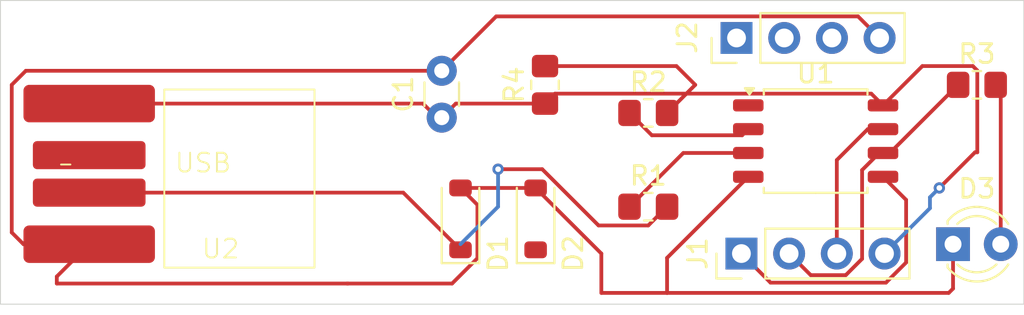
<source format=kicad_pcb>
(kicad_pcb (version 20241229) (generator "pcbnew") (generator_version "9.0")
  (layers (0 "F.Cu" signal) (2 "B.Cu" signal) (13 "F.Paste" user) (15 "B.Paste" user) (5 "F.SilkS" user "F.Silkscreen") (7 "B.SilkS" user "B.Silkscreen") (1 "F.Mask" user) (3 "B.Mask" user) (25 "Edge.Cuts" user))
  (net 0 "")
  (net 1 "GND")
  (net 2 "Net-(D1-K)")
  (net 3 "Net-(D2-K)")
  (net 4 "Net-(U1-XTAL2{slash}PB4)")
  (net 5 "Net-(U1-XTAL1{slash}PB3)")
  (net 6 "Net-(J1-Pin_2)")
  (net 7 "Net-(D3-A)")
  (net 8 "+5V")
  (net 9 "Net-(J2-Pin_1)")
  (net 10 "Net-(J1-Pin_3)")
  (net 11 "Net-(J1-Pin_1)")
  (footprint "LED_THT:LED_D3.0mm" (layer "F.Cu") (at 151.23 43.5)
    (property "Reference" "D3" (at 1.27 -2.96 0) (layer "F.SilkS"))
    (property "Value" "LED")
    (fp_line (start -0.29 -1.236) (end -0.29 -1.08) (stroke (width 0.12)) (layer "F.SilkS"))
    (fp_line (start -0.29 1.08) (end -0.29 1.236) (stroke (width 0.12)) (layer "F.SilkS"))
    (fp_arc (start -0.29 -1.235516) (mid 1.365624 -1.987701) (end 2.941397 -1.080061) (stroke (width 0.12)) (layer "F.SilkS"))
    (fp_arc (start 0.229039 -1.08) (mid 1.269964 -1.5) (end 2.31091 -1.080049) (stroke (width 0.12)) (layer "F.SilkS"))
    (fp_arc (start 2.31091 1.080049) (mid 1.269964 1.5) (end 0.229039 1.08) (stroke (width 0.12)) (layer "F.SilkS"))
    (fp_arc (start 2.941397 1.080061) (mid 1.365624 1.987701) (end -0.29 1.235516) (stroke (width 0.12)) (layer "F.SilkS"))
    (pad "1" thru_hole rect (at 0 0) (size 1.8 1.8) (drill 0.9) (layers "*.Cu" "*.Mask") (net 1 "GND"))
    (pad "2" thru_hole circle (at 2.54 0) (size 1.8 1.8) (drill 0.9) (layers "*.Cu" "*.Mask") (net 7 "Net-(D3-A)"))
  )
  (footprint "Resistor_SMD:R_0805_2012Metric_Pad1.20x1.40mm_HandSolder" (layer "F.Cu") (at 152.5 35)
    (property "Reference" "R3" (at 0 -1.65 0) (layer "F.SilkS"))
    (property "Value" "330R")
    (fp_line (start -0.227064 -0.735) (end 0.227064 -0.735) (stroke (width 0.12)) (layer "F.SilkS"))
    (fp_line (start -0.227064 0.735) (end 0.227064 0.735) (stroke (width 0.12)) (layer "F.SilkS"))
    (pad "1" smd roundrect (at -1 0) (size 1.2 1.4) (layers "F.Cu" "F.Mask" "F.Paste") (roundrect_rratio 0.208333) (net 6 "Net-(J1-Pin_2)"))
    (pad "2" smd roundrect (at 1 0) (size 1.2 1.4) (layers "F.Cu" "F.Mask" "F.Paste") (roundrect_rratio 0.208333) (net 7 "Net-(D3-A)"))
  )
  (footprint "Resistor_SMD:R_0805_2012Metric_Pad1.20x1.40mm_HandSolder" (layer "F.Cu") (at 135 41.5)
    (property "Reference" "R1" (at 0 -1.65 0) (layer "F.SilkS"))
    (property "Value" "68R")
    (fp_line (start -0.227064 -0.735) (end 0.227064 -0.735) (stroke (width 0.12)) (layer "F.SilkS"))
    (fp_line (start -0.227064 0.735) (end 0.227064 0.735) (stroke (width 0.12)) (layer "F.SilkS"))
    (pad "1" smd roundrect (at -1 0) (size 1.2 1.4) (layers "F.Cu" "F.Mask" "F.Paste") (roundrect_rratio 0.208333) (net 4 "Net-(U1-XTAL2{slash}PB4)"))
    (pad "2" smd roundrect (at 1 0) (size 1.2 1.4) (layers "F.Cu" "F.Mask" "F.Paste") (roundrect_rratio 0.208333) (net 2 "Net-(D1-K)"))
  )
  (footprint "1_MyProject:PCB_USB_connector" (layer "F.Cu") (at 105.225 39.75)
    (property "Reference" "U2" (at 7 4 0) (layer "F.SilkS") (effects (font (thickness 0.1))))
    (property "Value" "~")
    (fp_rect (start -1.5 -0.5) (end -1 -0.5) (stroke (width 0.1)) (fill no) (layer "F.SilkS"))
    (fp_rect (start 4 -4.5) (end 12 5) (stroke (width 0.1)) (fill no) (layer "F.SilkS"))
    (fp_text user "USB" (at 4.5 0 0) (layer "F.SilkS") (effects (font (thickness 0.1)) (justify left bottom)))
    (pad "1" smd roundrect (at 0 -3.75) (size 7 2) (layers "F.Cu" "F.Mask" "F.Paste") (roundrect_rratio 0.15) (net 8 "+5V"))
    (pad "2" smd roundrect (at 0 -1) (size 6 1.5) (layers "F.Cu" "F.Mask" "F.Paste") (roundrect_rratio 0.15) (net 3 "Net-(D2-K)"))
    (pad "3" smd roundrect (at 0 1) (size 6 1.5) (layers "F.Cu" "F.Mask" "F.Paste") (roundrect_rratio 0.15) (net 2 "Net-(D1-K)"))
    (pad "4" smd roundrect (at 0 3.75) (size 7 2) (layers "F.Cu" "F.Mask" "F.Paste") (roundrect_rratio 0.15) (net 1 "GND"))
  )
  (footprint "Package_SO:SOIC-8_5.3x5.3mm_P1.27mm" (layer "F.Cu") (at 143.9125 38)
    (property "Reference" "U1" (at 0 -3.6 0) (layer "F.SilkS"))
    (property "Value" "ATtiny25-20S")
    (fp_line (start -2.76 -2.76) (end -2.76 -2.49) (stroke (width 0.12)) (layer "F.SilkS"))
    (fp_line (start -2.76 2.76) (end -2.76 2.49) (stroke (width 0.12)) (layer "F.SilkS"))
    (fp_line (start 0 -2.76) (end -2.76 -2.76) (stroke (width 0.12)) (layer "F.SilkS"))
    (fp_line (start 0 -2.76) (end 2.76 -2.76) (stroke (width 0.12)) (layer "F.SilkS"))
    (fp_line (start 0 2.76) (end -2.76 2.76) (stroke (width 0.12)) (layer "F.SilkS"))
    (fp_line (start 0 2.76) (end 2.76 2.76) (stroke (width 0.12)) (layer "F.SilkS"))
    (fp_line (start 2.76 -2.76) (end 2.76 -2.49) (stroke (width 0.12)) (layer "F.SilkS"))
    (fp_line (start 2.76 2.76) (end 2.76 2.49) (stroke (width 0.12)) (layer "F.SilkS"))
    (fp_poly (pts (xy -3.525 -2.49) (xy -3.765 -2.82) (xy -3.285 -2.82) (xy -3.525 -2.49)) (stroke (width 0.12)) (fill yes) (layer "F.SilkS"))
    (pad "1" smd roundrect (at -3.5875 -1.905) (size 1.625 0.65) (layers "F.Cu" "F.Mask" "F.Paste") (net 9 "Net-(J2-Pin_1)"))
    (pad "2" smd roundrect (at -3.5875 -0.635) (size 1.625 0.65) (layers "F.Cu" "F.Mask" "F.Paste") (net 5 "Net-(U1-XTAL1{slash}PB3)"))
    (pad "3" smd roundrect (at -3.5875 0.635) (size 1.625 0.65) (layers "F.Cu" "F.Mask" "F.Paste") (net 4 "Net-(U1-XTAL2{slash}PB4)"))
    (pad "4" smd roundrect (at -3.5875 1.905) (size 1.625 0.65) (layers "F.Cu" "F.Mask" "F.Paste") (net 1 "GND"))
    (pad "5" smd roundrect (at 3.5875 1.905) (size 1.625 0.65) (layers "F.Cu" "F.Mask" "F.Paste") (net 11 "Net-(J1-Pin_1)"))
    (pad "6" smd roundrect (at 3.5875 0.635) (size 1.625 0.65) (layers "F.Cu" "F.Mask" "F.Paste") (net 6 "Net-(J1-Pin_2)"))
    (pad "7" smd roundrect (at 3.5875 -0.635) (size 1.625 0.65) (layers "F.Cu" "F.Mask" "F.Paste") (net 10 "Net-(J1-Pin_3)"))
    (pad "8" smd roundrect (at 3.5875 -1.905) (size 1.625 0.65) (layers "F.Cu" "F.Mask" "F.Paste") (net 8 "+5V"))
  )
  (footprint "Diode_SMD:D_SOD-123" (layer "F.Cu") (at 129 42.15 90)
    (property "Reference" "D2" (at -1.85 2 90) (layer "F.SilkS"))
    (property "Value" "3V6" (hide yes))
    (fp_line (start -2.36 -1) (end 1.65 -1) (stroke (width 0.12)) (layer "F.SilkS"))
    (fp_line (start -2.36 -1) (end -2.36 1) (stroke (width 0.12)) (layer "F.SilkS"))
    (fp_line (start -2.36 1) (end 1.65 1) (stroke (width 0.12)) (layer "F.SilkS"))
    (pad "1" smd roundrect (at -1.65 0 90) (size 0.9 1.2) (layers "F.Cu" "F.Mask" "F.Paste") (net 3 "Net-(D2-K)"))
    (pad "2" smd roundrect (at 1.65 0 90) (size 0.9 1.2) (layers "F.Cu" "F.Mask" "F.Paste") (net 1 "GND"))
  )
  (footprint "Connector_PinHeader_2.54mm:PinHeader_1x04_P2.54mm_Vertical" (layer "F.Cu") (at 139.7 32.5 90)
    (property "Reference" "J2" (at 0.025 -2.625 90) (layer "F.SilkS"))
    (property "Value" "Conn_01x04" (hide yes))
    (fp_line (start -1.33 -1.33) (end 0 -1.33) (stroke (width 0.12)) (layer "F.SilkS"))
    (fp_line (start -1.33 0) (end -1.33 -1.33) (stroke (width 0.12)) (layer "F.SilkS"))
    (fp_line (start 1.33 1.27) (end 1.33 8.95) (stroke (width 0.12)) (layer "F.SilkS"))
    (fp_line (start -1.33 1.27) (end 1.33 1.27) (stroke (width 0.12)) (layer "F.SilkS"))
    (fp_line (start -1.33 1.27) (end -1.33 8.95) (stroke (width 0.12)) (layer "F.SilkS"))
    (fp_line (start -1.33 8.95) (end 1.33 8.95) (stroke (width 0.12)) (layer "F.SilkS"))
    (pad "1" thru_hole rect (at 0 0 90) (size 1.7 1.7) (drill 1) (layers "*.Cu" "*.Mask") (net 9 "Net-(J2-Pin_1)"))
    (pad "2" thru_hole oval (at 0 2.54 90) (size 1.7 1.7) (drill 1) (layers "*.Cu" "*.Mask"))
    (pad "3" thru_hole oval (at 0 5.08 90) (size 1.7 1.7) (drill 1) (layers "*.Cu" "*.Mask"))
    (pad "4" thru_hole oval (at 0 7.62 90) (size 1.7 1.7) (drill 1) (layers "*.Cu" "*.Mask") (net 1 "GND"))
  )
  (footprint "Resistor_SMD:R_0805_2012Metric_Pad1.20x1.40mm_HandSolder" (layer "F.Cu") (at 135 36.5)
    (property "Reference" "R2" (at 0 -1.65 0) (layer "F.SilkS"))
    (property "Value" "68R")
    (fp_line (start -0.227064 -0.735) (end 0.227064 -0.735) (stroke (width 0.12)) (layer "F.SilkS"))
    (fp_line (start -0.227064 0.735) (end 0.227064 0.735) (stroke (width 0.12)) (layer "F.SilkS"))
    (pad "1" smd roundrect (at -1 0) (size 1.2 1.4) (layers "F.Cu" "F.Mask" "F.Paste") (roundrect_rratio 0.208333) (net 5 "Net-(U1-XTAL1{slash}PB3)"))
    (pad "2" smd roundrect (at 1 0) (size 1.2 1.4) (layers "F.Cu" "F.Mask" "F.Paste") (roundrect_rratio 0.208333) (net 3 "Net-(D2-K)"))
  )
  (footprint "Diode_SMD:D_SOD-123" (layer "F.Cu") (at 125 42.15 90)
    (property "Reference" "D1" (at -1.85 2 90) (layer "F.SilkS"))
    (property "Value" "3V6" (hide yes))
    (fp_line (start -2.36 -1) (end 1.65 -1) (stroke (width 0.12)) (layer "F.SilkS"))
    (fp_line (start -2.36 -1) (end -2.36 1) (stroke (width 0.12)) (layer "F.SilkS"))
    (fp_line (start -2.36 1) (end 1.65 1) (stroke (width 0.12)) (layer "F.SilkS"))
    (pad "1" smd roundrect (at -1.65 0 90) (size 0.9 1.2) (layers "F.Cu" "F.Mask" "F.Paste") (net 2 "Net-(D1-K)"))
    (pad "2" smd roundrect (at 1.65 0 90) (size 0.9 1.2) (layers "F.Cu" "F.Mask" "F.Paste") (net 1 "GND"))
  )
  (footprint "Capacitor_THT:C_Disc_D3.0mm_W1.6mm_P2.50mm" (layer "F.Cu") (at 124 36.75 90)
    (property "Reference" "C1" (at 1.25 -2.05 90) (layer "F.SilkS"))
    (property "Value" "100n" (hide yes))
    (fp_line (start 0.621 -0.92) (end 1.879 -0.92) (stroke (width 0.12)) (layer "F.SilkS"))
    (fp_line (start 0.621 0.92) (end 1.879 0.92) (stroke (width 0.12)) (layer "F.SilkS"))
    (pad "1" thru_hole circle (at 0 0 90) (size 1.6 1.6) (drill 0.8) (layers "*.Cu" "*.Mask") (net 8 "+5V"))
    (pad "2" thru_hole circle (at 2.5 0 90) (size 1.6 1.6) (drill 0.8) (layers "*.Cu" "*.Mask") (net 1 "GND"))
  )
  (footprint "Resistor_SMD:R_0805_2012Metric_Pad1.20x1.40mm_HandSolder" (layer "F.Cu") (at 129.5 35 90)
    (property "Reference" "R4" (at 0 -1.65 90) (layer "F.SilkS"))
    (property "Value" "1k5")
    (fp_line (start -0.227064 -0.735) (end 0.227064 -0.735) (stroke (width 0.12)) (layer "F.SilkS"))
    (fp_line (start -0.227064 0.735) (end 0.227064 0.735) (stroke (width 0.12)) (layer "F.SilkS"))
    (pad "1" smd roundrect (at -1 0 90) (size 1.2 1.4) (layers "F.Cu" "F.Mask" "F.Paste") (roundrect_rratio 0.208333) (net 8 "+5V"))
    (pad "2" smd roundrect (at 1 0 90) (size 1.2 1.4) (layers "F.Cu" "F.Mask" "F.Paste") (roundrect_rratio 0.208333) (net 3 "Net-(D2-K)"))
  )
  (footprint "Connector_PinHeader_2.54mm:PinHeader_1x04_P2.54mm_Vertical" (layer "F.Cu") (at 139.96 44 90)
    (property "Reference" "J1" (at 0 -2.33 90) (layer "F.SilkS"))
    (property "Value" "Conn_01x04" (hide yes))
    (fp_line (start -1.33 -1.33) (end 0 -1.33) (stroke (width 0.12)) (layer "F.SilkS"))
    (fp_line (start -1.33 0) (end -1.33 -1.33) (stroke (width 0.12)) (layer "F.SilkS"))
    (fp_line (start 1.33 1.27) (end 1.33 8.95) (stroke (width 0.12)) (layer "F.SilkS"))
    (fp_line (start -1.33 1.27) (end 1.33 1.27) (stroke (width 0.12)) (layer "F.SilkS"))
    (fp_line (start -1.33 1.27) (end -1.33 8.95) (stroke (width 0.12)) (layer "F.SilkS"))
    (fp_line (start -1.33 8.95) (end 1.33 8.95) (stroke (width 0.12)) (layer "F.SilkS"))
    (pad "1" thru_hole rect (at 0 0 90) (size 1.7 1.7) (drill 1) (layers "*.Cu" "*.Mask") (net 11 "Net-(J1-Pin_1)"))
    (pad "2" thru_hole oval (at 0 2.54 90) (size 1.7 1.7) (drill 1) (layers "*.Cu" "*.Mask") (net 6 "Net-(J1-Pin_2)"))
    (pad "3" thru_hole oval (at 0 5.08 90) (size 1.7 1.7) (drill 1) (layers "*.Cu" "*.Mask") (net 10 "Net-(J1-Pin_3)"))
    (pad "4" thru_hole oval (at 0 7.62 90) (size 1.7 1.7) (drill 1) (layers "*.Cu" "*.Mask") (net 8 "+5V"))
  )
  (gr_curve (pts (xy 137.5 35) (xy 136 36.5) (xy 136 36.5) (xy 136 36.5)) (stroke (width 0.2)) (layer "F.Cu"))
  (gr_rect (start 100.5 30.5) (end 155 46.7) (stroke (width 0.05)) (fill no) (layer "Edge.Cuts"))
  (segment (start 101.101 35) (end 101.101 42.875999) (width 0.2) (layer "F.Cu") (net 1))
  (segment (start 151.23 45.869) (end 151 46.099) (width 0.2) (layer "F.Cu") (net 1))
  (segment (start 140.325 39.905) (end 136 44.23) (width 0.2) (layer "F.Cu") (net 1))
  (segment (start 101.851 34.25) (end 101.101 35) (width 0.2) (layer "F.Cu") (net 1))
  (segment (start 132.5 44) (end 129 40.5) (width 0.2) (layer "F.Cu") (net 1))
  (segment (start 126.901 31.349) (end 124 34.25) (width 0.2) (layer "F.Cu") (net 1))
  (segment (start 118.98719 45.599) (end 119 45.599) (width 0.2) (layer "F.Cu") (net 1))
  (segment (start 118.974122 45.599) (end 118.98719 45.599) (width 0.2) (layer "F.Cu") (net 1))
  (segment (start 136 44.23) (end 136 46.099) (width 0.2) (layer "F.Cu") (net 1))
  (segment (start 129 40.5) (end 125 40.5) (width 0.2) (layer "F.Cu") (net 1))
  (segment (start 118.974122 45.599) (end 124.55111 45.599) (width 0.2) (layer "F.Cu") (net 1))
  (segment (start 140.23 40) (end 140 40) (width 0.2) (layer "F.Cu") (net 1))
  (segment (start 103.5 45.599) (end 118.974122 45.599) (width 0.2) (layer "F.Cu") (net 1))
  (segment (start 146.169 31.349) (end 126.901 31.349) (width 0.2) (layer "F.Cu") (net 1))
  (segment (start 105.225 43.5) (end 103.5 45.225) (width 0.2) (layer "F.Cu") (net 1))
  (segment (start 124.55111 45.599) (end 125.901 44.24911) (width 0.2) (layer "F.Cu") (net 1))
  (segment (start 151 46.099) (end 136 46.099) (width 0.2) (layer "F.Cu") (net 1))
  (segment (start 103.5 45.225) (end 103.5 45.599) (width 0.2) (layer "F.Cu") (net 1))
  (segment (start 125.901 41.401) (end 125 40.5) (width 0.2) (layer "F.Cu") (net 1))
  (segment (start 147.32 32.5) (end 146.169 31.349) (width 0.2) (layer "F.Cu") (net 1))
  (segment (start 101.725001 43.5) (end 105.225 43.5) (width 0.2) (layer "F.Cu") (net 1))
  (segment (start 101.101 42.875999) (end 101.725001 43.5) (width 0.2) (layer "F.Cu") (net 1))
  (segment (start 151.23 43.5) (end 151.23 45.869) (width 0.2) (layer "F.Cu") (net 1))
  (segment (start 124 34.25) (end 101.851 34.25) (width 0.2) (layer "F.Cu") (net 1))
  (segment (start 125.901 44.24911) (end 125.901 41.401) (width 0.2) (layer "F.Cu") (net 1))
  (segment (start 132.5 46.099) (end 132.5 44) (width 0.2) (layer "F.Cu") (net 1))
  (segment (start 136 46.099) (end 132.5 46.099) (width 0.2) (layer "F.Cu") (net 1))
  (segment (start 134.999 42.501) (end 132.35111 42.501) (width 0.2) (layer "F.Cu") (net 2))
  (segment (start 127 39.5) (end 126.9 39.6) (width 0.2) (layer "F.Cu") (net 2))
  (segment (start 125 43.8) (end 125 44) (width 0.2) (layer "F.Cu") (net 2))
  (segment (start 129.35011 39.5) (end 127 39.5) (width 0.2) (layer "F.Cu") (net 2))
  (segment (start 136 41.5) (end 134.999 42.501) (width 0.2) (layer "F.Cu") (net 2))
  (segment (start 132.35111 42.501) (end 129.35011 39.5) (width 0.2) (layer "F.Cu") (net 2))
  (segment (start 121.95 40.75) (end 105.225 40.75) (width 0.2) (layer "F.Cu") (net 2))
  (segment (start 125 43.8) (end 121.95 40.75) (width 0.2) (layer "F.Cu") (net 2))
  (via (at 127 39.5) (size 0.6) (drill 0.3) (layers "F.Cu" "B.Cu") (net 2))
  (segment (start 127 41.5) (end 125 43.5) (width 0.2) (layer "B.Cu") (net 2))
  (segment (start 127 39.5) (end 127 41.5) (width 0.2) (layer "B.Cu") (net 2))
  (segment (start 129.5 34) (end 136.5 34) (width 0.2) (layer "F.Cu") (net 3))
  (segment (start 136.5 34) (end 137.5 35) (width 0.2) (layer "F.Cu") (net 3))
  (segment (start 140.325 38.635) (end 136.865 38.635) (width 0.2) (layer "F.Cu") (net 4))
  (segment (start 136.865 38.635) (end 134 41.5) (width 0.2) (layer "F.Cu") (net 4))
  (segment (start 134 36.5) (end 135.19 37.69) (width 0.2) (layer "F.Cu") (net 5))
  (segment (start 135.19 37.69) (end 140 37.69) (width 0.2) (layer "F.Cu") (net 5))
  (segment (start 140 37.69) (end 140.325 37.365) (width 0.2) (layer "F.Cu") (net 5))
  (segment (start 147.29751 38.635) (end 147.5 38.635) (width 0.2) (layer "F.Cu") (net 6))
  (segment (start 147.865 38.635) (end 147.5 38.635) (width 0.2) (layer "F.Cu") (net 6))
  (segment (start 145.51676 45.151) (end 146.3865 44.28126) (width 0.2) (layer "F.Cu") (net 6))
  (segment (start 143.651 45.151) (end 145.51676 45.151) (width 0.2) (layer "F.Cu") (net 6))
  (segment (start 146.3865 39.54601) (end 147.29751 38.635) (width 0.2) (layer "F.Cu") (net 6))
  (segment (start 142.5 44) (end 143.651 45.151) (width 0.2) (layer "F.Cu") (net 6))
  (segment (start 151.5 35) (end 147.865 38.635) (width 0.2) (layer "F.Cu") (net 6))
  (segment (start 146.3865 44.28126) (end 146.3865 39.54601) (width 0.2) (layer "F.Cu") (net 6))
  (segment (start 153.77 43.5) (end 153.77 35.27) (width 0.2) (layer "F.Cu") (net 7))
  (segment (start 153.77 35.27) (end 153.5 35) (width 0.2) (layer "F.Cu") (net 7))
  (segment (start 130.031 35.469) (end 146.874 35.469) (width 0.2) (layer "F.Cu") (net 8))
  (segment (start 152.521076 38.599554) (end 152.400446 38.599554) (width 0.2) (layer "F.Cu") (net 8))
  (segment (start 129.5 36) (end 124.75 36) (width 0.2) (layer "F.Cu") (net 8))
  (segment (start 123 36) (end 105.225 36) (width 0.2) (layer "F.Cu") (net 8))
  (segment (start 152.521076 34.236916) (end 152.521076 38.599554) (width 0.2) (layer "F.Cu") (net 8))
  (segment (start 152.400446 38.599554) (end 150.5 40.5) (width 0.2) (layer "F.Cu") (net 8))
  (segment (start 147.5 36.095) (end 149.596 33.999) (width 0.2) (layer "F.Cu") (net 8))
  (segment (start 146.874 35.469) (end 147.5 36.095) (width 0.2) (layer "F.Cu") (net 8))
  (segment (start 149.596 33.999) (end 152.28316 33.999) (width 0.2) (layer "F.Cu") (net 8))
  (segment (start 124 36.75) (end 123.75 36.75) (width 0.2) (layer "F.Cu") (net 8))
  (segment (start 152.28316 33.999) (end 152.521076 34.236916) (width 0.2) (layer "F.Cu") (net 8))
  (segment (start 124.75 36) (end 124 36.75) (width 0.2) (layer "F.Cu") (net 8))
  (segment (start 129.5 36) (end 130.031 35.469) (width 0.2) (layer "F.Cu") (net 8))
  (segment (start 123.75 36.75) (end 123 36) (width 0.2) (layer "F.Cu") (net 8))
  (via (at 150.5 40.5) (size 0.6) (drill 0.3) (layers "F.Cu" "B.Cu") (net 8))
  (segment (start 150 41) (end 150 41.58) (width 0.2) (layer "B.Cu") (net 8))
  (segment (start 150.5 40.5) (end 150 41) (width 0.2) (layer "B.Cu") (net 8))
  (segment (start 150 41.58) (end 147.58 44) (width 0.2) (layer "B.Cu") (net 8))
  (segment (start 147.5 37.365) (end 146.687501 37.365) (width 0.2) (layer "F.Cu") (net 10))
  (segment (start 145.04 39.012501) (end 145.04 44) (width 0.2) (layer "F.Cu") (net 10))
  (segment (start 146.687501 37.365) (end 145.04 39.012501) (width 0.2) (layer "F.Cu") (net 10))
  (segment (start 139.96 44) (end 141.512 45.552) (width 0.2) (layer "F.Cu") (net 11))
  (segment (start 148.731 44.47676) (end 148.731 41.136) (width 0.2) (layer "F.Cu") (net 11))
  (segment (start 148.731 41.136) (end 147.5 39.905) (width 0.2) (layer "F.Cu") (net 11))
  (segment (start 147.65576 45.552) (end 148.731 44.47676) (width 0.2) (layer "F.Cu") (net 11))
  (segment (start 141.512 45.552) (end 147.65576 45.552) (width 0.2) (layer "F.Cu") (net 11))
)
</source>
